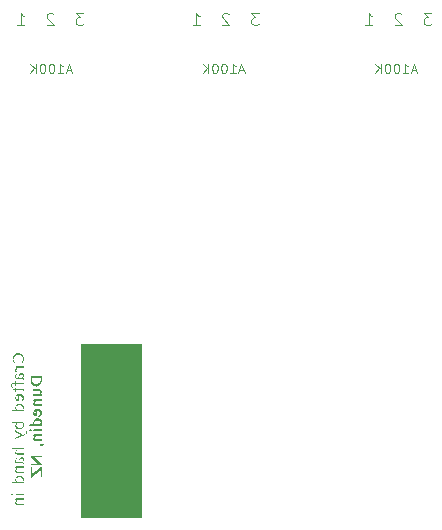
<source format=gbr>
%TF.GenerationSoftware,KiCad,Pcbnew,8.0.7*%
%TF.CreationDate,2025-03-23T16:44:47+13:00*%
%TF.ProjectId,ProCo Rat,50726f43-6f20-4526-9174-2e6b69636164,rev?*%
%TF.SameCoordinates,Original*%
%TF.FileFunction,Legend,Bot*%
%TF.FilePolarity,Positive*%
%FSLAX46Y46*%
G04 Gerber Fmt 4.6, Leading zero omitted, Abs format (unit mm)*
G04 Created by KiCad (PCBNEW 8.0.7) date 2025-03-23 16:44:47*
%MOMM*%
%LPD*%
G01*
G04 APERTURE LIST*
%ADD10C,0.100000*%
%ADD11C,0.200000*%
G04 APERTURE END LIST*
D10*
X127635000Y-71120000D02*
X132715000Y-71120000D01*
X132715000Y-85725000D01*
X127635000Y-85725000D01*
X127635000Y-71120000D01*
G36*
X127635000Y-71120000D02*
G01*
X132715000Y-71120000D01*
X132715000Y-85725000D01*
X127635000Y-85725000D01*
X127635000Y-71120000D01*
G37*
X126781830Y-47928323D02*
X126400877Y-47928323D01*
X126858020Y-48156895D02*
X126591353Y-47356895D01*
X126591353Y-47356895D02*
X126324687Y-48156895D01*
X125638973Y-48156895D02*
X126096116Y-48156895D01*
X125867544Y-48156895D02*
X125867544Y-47356895D01*
X125867544Y-47356895D02*
X125943735Y-47471180D01*
X125943735Y-47471180D02*
X126019925Y-47547371D01*
X126019925Y-47547371D02*
X126096116Y-47585466D01*
X125143734Y-47356895D02*
X125067544Y-47356895D01*
X125067544Y-47356895D02*
X124991353Y-47394990D01*
X124991353Y-47394990D02*
X124953258Y-47433085D01*
X124953258Y-47433085D02*
X124915163Y-47509276D01*
X124915163Y-47509276D02*
X124877068Y-47661657D01*
X124877068Y-47661657D02*
X124877068Y-47852133D01*
X124877068Y-47852133D02*
X124915163Y-48004514D01*
X124915163Y-48004514D02*
X124953258Y-48080704D01*
X124953258Y-48080704D02*
X124991353Y-48118800D01*
X124991353Y-48118800D02*
X125067544Y-48156895D01*
X125067544Y-48156895D02*
X125143734Y-48156895D01*
X125143734Y-48156895D02*
X125219925Y-48118800D01*
X125219925Y-48118800D02*
X125258020Y-48080704D01*
X125258020Y-48080704D02*
X125296115Y-48004514D01*
X125296115Y-48004514D02*
X125334211Y-47852133D01*
X125334211Y-47852133D02*
X125334211Y-47661657D01*
X125334211Y-47661657D02*
X125296115Y-47509276D01*
X125296115Y-47509276D02*
X125258020Y-47433085D01*
X125258020Y-47433085D02*
X125219925Y-47394990D01*
X125219925Y-47394990D02*
X125143734Y-47356895D01*
X124381829Y-47356895D02*
X124305639Y-47356895D01*
X124305639Y-47356895D02*
X124229448Y-47394990D01*
X124229448Y-47394990D02*
X124191353Y-47433085D01*
X124191353Y-47433085D02*
X124153258Y-47509276D01*
X124153258Y-47509276D02*
X124115163Y-47661657D01*
X124115163Y-47661657D02*
X124115163Y-47852133D01*
X124115163Y-47852133D02*
X124153258Y-48004514D01*
X124153258Y-48004514D02*
X124191353Y-48080704D01*
X124191353Y-48080704D02*
X124229448Y-48118800D01*
X124229448Y-48118800D02*
X124305639Y-48156895D01*
X124305639Y-48156895D02*
X124381829Y-48156895D01*
X124381829Y-48156895D02*
X124458020Y-48118800D01*
X124458020Y-48118800D02*
X124496115Y-48080704D01*
X124496115Y-48080704D02*
X124534210Y-48004514D01*
X124534210Y-48004514D02*
X124572306Y-47852133D01*
X124572306Y-47852133D02*
X124572306Y-47661657D01*
X124572306Y-47661657D02*
X124534210Y-47509276D01*
X124534210Y-47509276D02*
X124496115Y-47433085D01*
X124496115Y-47433085D02*
X124458020Y-47394990D01*
X124458020Y-47394990D02*
X124381829Y-47356895D01*
X123772305Y-48156895D02*
X123772305Y-47356895D01*
X123315162Y-48156895D02*
X123658020Y-47699752D01*
X123315162Y-47356895D02*
X123772305Y-47814038D01*
X142666353Y-43068419D02*
X142047306Y-43068419D01*
X142047306Y-43068419D02*
X142380639Y-43449371D01*
X142380639Y-43449371D02*
X142237782Y-43449371D01*
X142237782Y-43449371D02*
X142142544Y-43496990D01*
X142142544Y-43496990D02*
X142094925Y-43544609D01*
X142094925Y-43544609D02*
X142047306Y-43639847D01*
X142047306Y-43639847D02*
X142047306Y-43877942D01*
X142047306Y-43877942D02*
X142094925Y-43973180D01*
X142094925Y-43973180D02*
X142142544Y-44020800D01*
X142142544Y-44020800D02*
X142237782Y-44068419D01*
X142237782Y-44068419D02*
X142523496Y-44068419D01*
X142523496Y-44068419D02*
X142618734Y-44020800D01*
X142618734Y-44020800D02*
X142666353Y-43973180D01*
X140142543Y-43163657D02*
X140094924Y-43116038D01*
X140094924Y-43116038D02*
X139999686Y-43068419D01*
X139999686Y-43068419D02*
X139761591Y-43068419D01*
X139761591Y-43068419D02*
X139666353Y-43116038D01*
X139666353Y-43116038D02*
X139618734Y-43163657D01*
X139618734Y-43163657D02*
X139571115Y-43258895D01*
X139571115Y-43258895D02*
X139571115Y-43354133D01*
X139571115Y-43354133D02*
X139618734Y-43496990D01*
X139618734Y-43496990D02*
X140190162Y-44068419D01*
X140190162Y-44068419D02*
X139571115Y-44068419D01*
X137094924Y-44068419D02*
X137666352Y-44068419D01*
X137380638Y-44068419D02*
X137380638Y-43068419D01*
X137380638Y-43068419D02*
X137475876Y-43211276D01*
X137475876Y-43211276D02*
X137571114Y-43306514D01*
X137571114Y-43306514D02*
X137666352Y-43354133D01*
X155991830Y-47928323D02*
X155610877Y-47928323D01*
X156068020Y-48156895D02*
X155801353Y-47356895D01*
X155801353Y-47356895D02*
X155534687Y-48156895D01*
X154848973Y-48156895D02*
X155306116Y-48156895D01*
X155077544Y-48156895D02*
X155077544Y-47356895D01*
X155077544Y-47356895D02*
X155153735Y-47471180D01*
X155153735Y-47471180D02*
X155229925Y-47547371D01*
X155229925Y-47547371D02*
X155306116Y-47585466D01*
X154353734Y-47356895D02*
X154277544Y-47356895D01*
X154277544Y-47356895D02*
X154201353Y-47394990D01*
X154201353Y-47394990D02*
X154163258Y-47433085D01*
X154163258Y-47433085D02*
X154125163Y-47509276D01*
X154125163Y-47509276D02*
X154087068Y-47661657D01*
X154087068Y-47661657D02*
X154087068Y-47852133D01*
X154087068Y-47852133D02*
X154125163Y-48004514D01*
X154125163Y-48004514D02*
X154163258Y-48080704D01*
X154163258Y-48080704D02*
X154201353Y-48118800D01*
X154201353Y-48118800D02*
X154277544Y-48156895D01*
X154277544Y-48156895D02*
X154353734Y-48156895D01*
X154353734Y-48156895D02*
X154429925Y-48118800D01*
X154429925Y-48118800D02*
X154468020Y-48080704D01*
X154468020Y-48080704D02*
X154506115Y-48004514D01*
X154506115Y-48004514D02*
X154544211Y-47852133D01*
X154544211Y-47852133D02*
X154544211Y-47661657D01*
X154544211Y-47661657D02*
X154506115Y-47509276D01*
X154506115Y-47509276D02*
X154468020Y-47433085D01*
X154468020Y-47433085D02*
X154429925Y-47394990D01*
X154429925Y-47394990D02*
X154353734Y-47356895D01*
X153591829Y-47356895D02*
X153515639Y-47356895D01*
X153515639Y-47356895D02*
X153439448Y-47394990D01*
X153439448Y-47394990D02*
X153401353Y-47433085D01*
X153401353Y-47433085D02*
X153363258Y-47509276D01*
X153363258Y-47509276D02*
X153325163Y-47661657D01*
X153325163Y-47661657D02*
X153325163Y-47852133D01*
X153325163Y-47852133D02*
X153363258Y-48004514D01*
X153363258Y-48004514D02*
X153401353Y-48080704D01*
X153401353Y-48080704D02*
X153439448Y-48118800D01*
X153439448Y-48118800D02*
X153515639Y-48156895D01*
X153515639Y-48156895D02*
X153591829Y-48156895D01*
X153591829Y-48156895D02*
X153668020Y-48118800D01*
X153668020Y-48118800D02*
X153706115Y-48080704D01*
X153706115Y-48080704D02*
X153744210Y-48004514D01*
X153744210Y-48004514D02*
X153782306Y-47852133D01*
X153782306Y-47852133D02*
X153782306Y-47661657D01*
X153782306Y-47661657D02*
X153744210Y-47509276D01*
X153744210Y-47509276D02*
X153706115Y-47433085D01*
X153706115Y-47433085D02*
X153668020Y-47394990D01*
X153668020Y-47394990D02*
X153591829Y-47356895D01*
X152982305Y-48156895D02*
X152982305Y-47356895D01*
X152525162Y-48156895D02*
X152868020Y-47699752D01*
X152525162Y-47356895D02*
X152982305Y-47814038D01*
X157271353Y-43068419D02*
X156652306Y-43068419D01*
X156652306Y-43068419D02*
X156985639Y-43449371D01*
X156985639Y-43449371D02*
X156842782Y-43449371D01*
X156842782Y-43449371D02*
X156747544Y-43496990D01*
X156747544Y-43496990D02*
X156699925Y-43544609D01*
X156699925Y-43544609D02*
X156652306Y-43639847D01*
X156652306Y-43639847D02*
X156652306Y-43877942D01*
X156652306Y-43877942D02*
X156699925Y-43973180D01*
X156699925Y-43973180D02*
X156747544Y-44020800D01*
X156747544Y-44020800D02*
X156842782Y-44068419D01*
X156842782Y-44068419D02*
X157128496Y-44068419D01*
X157128496Y-44068419D02*
X157223734Y-44020800D01*
X157223734Y-44020800D02*
X157271353Y-43973180D01*
X154747543Y-43163657D02*
X154699924Y-43116038D01*
X154699924Y-43116038D02*
X154604686Y-43068419D01*
X154604686Y-43068419D02*
X154366591Y-43068419D01*
X154366591Y-43068419D02*
X154271353Y-43116038D01*
X154271353Y-43116038D02*
X154223734Y-43163657D01*
X154223734Y-43163657D02*
X154176115Y-43258895D01*
X154176115Y-43258895D02*
X154176115Y-43354133D01*
X154176115Y-43354133D02*
X154223734Y-43496990D01*
X154223734Y-43496990D02*
X154795162Y-44068419D01*
X154795162Y-44068419D02*
X154176115Y-44068419D01*
X151699924Y-44068419D02*
X152271352Y-44068419D01*
X151985638Y-44068419D02*
X151985638Y-43068419D01*
X151985638Y-43068419D02*
X152080876Y-43211276D01*
X152080876Y-43211276D02*
X152176114Y-43306514D01*
X152176114Y-43306514D02*
X152271352Y-43354133D01*
D11*
G36*
X124290000Y-74151172D02*
G01*
X124289673Y-74175371D01*
X124286374Y-74229850D01*
X124279522Y-74281546D01*
X124269117Y-74330461D01*
X124252875Y-74382958D01*
X124235323Y-74425773D01*
X124212059Y-74470954D01*
X124185376Y-74512135D01*
X124151270Y-74553684D01*
X124130524Y-74574544D01*
X124090569Y-74607974D01*
X124047251Y-74636110D01*
X124000572Y-74658953D01*
X123973331Y-74669366D01*
X123922794Y-74683663D01*
X123870325Y-74692241D01*
X123815924Y-74695101D01*
X123769316Y-74693044D01*
X123718884Y-74685655D01*
X123671474Y-74672894D01*
X123621751Y-74652114D01*
X123595769Y-74637928D01*
X123552308Y-74608216D01*
X123513097Y-74573133D01*
X123478136Y-74532679D01*
X123450689Y-74492547D01*
X123426723Y-74448599D01*
X123406237Y-74400834D01*
X123389232Y-74349253D01*
X123382019Y-74322241D01*
X123371711Y-74273391D01*
X123364348Y-74222531D01*
X123359930Y-74169660D01*
X123358791Y-74127236D01*
X123452735Y-74127236D01*
X123454475Y-74163521D01*
X123463611Y-74215259D01*
X123480579Y-74263768D01*
X123495706Y-74293947D01*
X123523378Y-74335152D01*
X123557027Y-74371479D01*
X123582581Y-74392942D01*
X123625148Y-74420442D01*
X123672798Y-74442309D01*
X123715745Y-74455833D01*
X123765577Y-74464924D01*
X123818122Y-74467955D01*
X123823766Y-74467928D01*
X123877995Y-74464722D01*
X123928218Y-74456174D01*
X123978834Y-74440600D01*
X124012509Y-74425838D01*
X124057870Y-74399174D01*
X124097048Y-74367083D01*
X124119640Y-74343009D01*
X124148033Y-74303179D01*
X124169832Y-74258883D01*
X124180625Y-74227482D01*
X124191032Y-74178493D01*
X124194501Y-74127236D01*
X124194501Y-73991681D01*
X123452735Y-73991681D01*
X123452735Y-74127236D01*
X123358791Y-74127236D01*
X123358457Y-74114780D01*
X123358457Y-73790425D01*
X124290000Y-73790425D01*
X124290000Y-74151172D01*
G37*
G36*
X123586580Y-75102498D02*
G01*
X124082637Y-75102498D01*
X124121472Y-75111779D01*
X124152979Y-75136692D01*
X124173984Y-75173817D01*
X124181556Y-75219246D01*
X124174961Y-75250753D01*
X124156887Y-75285436D01*
X124129288Y-75319141D01*
X124094849Y-75346985D01*
X123586580Y-75346985D01*
X123586580Y-75532365D01*
X124290000Y-75532365D01*
X124290000Y-75346985D01*
X124202072Y-75346985D01*
X124235076Y-75307259D01*
X124263246Y-75267148D01*
X124279009Y-75239274D01*
X124296960Y-75193417D01*
X124302944Y-75151102D01*
X124298050Y-75100543D01*
X124285603Y-75059023D01*
X124261955Y-75014612D01*
X124238220Y-74984773D01*
X124199015Y-74952007D01*
X124168122Y-74934947D01*
X124121239Y-74920333D01*
X124082637Y-74916873D01*
X123586580Y-74916873D01*
X123586580Y-75102498D01*
G37*
G36*
X123809818Y-76199392D02*
G01*
X123762191Y-76192554D01*
X123727020Y-76173503D01*
X123705771Y-76146392D01*
X123698443Y-76114884D01*
X123708602Y-76065674D01*
X123719937Y-76039413D01*
X123745460Y-75995755D01*
X123777152Y-75955380D01*
X123779532Y-75952707D01*
X124290000Y-75952707D01*
X124290000Y-75765861D01*
X123646420Y-75765861D01*
X123572170Y-75908743D01*
X123572170Y-75952707D01*
X123659364Y-75952707D01*
X123630165Y-75996948D01*
X123606014Y-76042709D01*
X123593175Y-76075317D01*
X123580152Y-76124057D01*
X123574291Y-76174410D01*
X123574124Y-76184249D01*
X123580707Y-76233308D01*
X123590976Y-76261186D01*
X123616717Y-76303051D01*
X123636650Y-76324689D01*
X123676587Y-76354284D01*
X123704305Y-76367920D01*
X123752229Y-76381380D01*
X123787103Y-76384040D01*
X124290000Y-76384040D01*
X124290000Y-76199392D01*
X123809818Y-76199392D01*
G37*
G36*
X123996465Y-76567451D02*
G01*
X124046165Y-76576347D01*
X124093872Y-76592868D01*
X124124067Y-76607690D01*
X124165810Y-76634675D01*
X124203293Y-76667362D01*
X124225550Y-76692030D01*
X124254470Y-76732697D01*
X124278032Y-76777759D01*
X124290213Y-76809954D01*
X124301960Y-76860363D01*
X124305875Y-76913314D01*
X124305682Y-76923706D01*
X124298920Y-76975533D01*
X124283893Y-77023712D01*
X124278150Y-77037321D01*
X124254141Y-77082908D01*
X124224054Y-77125317D01*
X124211919Y-77139679D01*
X124174707Y-77176785D01*
X124135882Y-77207138D01*
X124123140Y-77215637D01*
X124076918Y-77240755D01*
X124028171Y-77258674D01*
X124014494Y-77174898D01*
X124032025Y-77168516D01*
X124073845Y-77142903D01*
X124090274Y-77128224D01*
X124121716Y-77090390D01*
X124134840Y-77068957D01*
X124154445Y-77023712D01*
X124161258Y-76998548D01*
X124166413Y-76949706D01*
X124162503Y-76915750D01*
X124142721Y-76870327D01*
X124116915Y-76838585D01*
X124078974Y-76807801D01*
X124076443Y-76806163D01*
X124032570Y-76782739D01*
X123985673Y-76765547D01*
X123972339Y-76761784D01*
X123924347Y-76751860D01*
X123874298Y-76746985D01*
X123874298Y-77234005D01*
X123854944Y-77233445D01*
X123806352Y-77226741D01*
X123756817Y-77211046D01*
X123743308Y-77205009D01*
X123699630Y-77179190D01*
X123661563Y-77146078D01*
X123649310Y-77132614D01*
X123619444Y-77090540D01*
X123597571Y-77045694D01*
X123588435Y-77019571D01*
X123577421Y-76967956D01*
X123574124Y-76916734D01*
X123576494Y-76876922D01*
X123662051Y-76876922D01*
X123662090Y-76880419D01*
X123672065Y-76929434D01*
X123672699Y-76930955D01*
X123700642Y-76972177D01*
X123704186Y-76975597D01*
X123745094Y-77002463D01*
X123753233Y-77005906D01*
X123801514Y-77016873D01*
X123801514Y-76748939D01*
X123791811Y-76750286D01*
X123744361Y-76764570D01*
X123741155Y-76766086D01*
X123700397Y-76793635D01*
X123672065Y-76832470D01*
X123662051Y-76876922D01*
X123576494Y-76876922D01*
X123576986Y-76868658D01*
X123586746Y-76818970D01*
X123603433Y-76772630D01*
X123619415Y-76741428D01*
X123648828Y-76698976D01*
X123684766Y-76661744D01*
X123719270Y-76635073D01*
X123761467Y-76610418D01*
X123808108Y-76590669D01*
X123812562Y-76589137D01*
X123863097Y-76575488D01*
X123911493Y-76568190D01*
X123962226Y-76565757D01*
X123996465Y-76567451D01*
G37*
G36*
X123981536Y-77385695D02*
G01*
X124032632Y-77393469D01*
X124082149Y-77407906D01*
X124109848Y-77419113D01*
X124153961Y-77442239D01*
X124196943Y-77472875D01*
X124214915Y-77488860D01*
X124248964Y-77526971D01*
X124276322Y-77569839D01*
X124286365Y-77590979D01*
X124300998Y-77638551D01*
X124305875Y-77688541D01*
X124302548Y-77728419D01*
X124290732Y-77776468D01*
X124287790Y-77785332D01*
X124269987Y-77831775D01*
X124248722Y-77878318D01*
X124290000Y-77878318D01*
X124290000Y-78062965D01*
X123228032Y-78062965D01*
X123228032Y-78019002D01*
X123302281Y-77878318D01*
X123591953Y-77878318D01*
X123588579Y-77862984D01*
X123579009Y-77814326D01*
X123577864Y-77807293D01*
X123574124Y-77757418D01*
X123575110Y-77742274D01*
X123659364Y-77742274D01*
X123670355Y-77791367D01*
X123671766Y-77794399D01*
X123701618Y-77834842D01*
X123708150Y-77840693D01*
X123750223Y-77866106D01*
X123762768Y-77870864D01*
X123811772Y-77878318D01*
X124149804Y-77878318D01*
X124149804Y-77875387D01*
X124170809Y-77853405D01*
X124186929Y-77825561D01*
X124197676Y-77795275D01*
X124201339Y-77765478D01*
X124198511Y-77740445D01*
X124177404Y-77695380D01*
X124153207Y-77668165D01*
X124113168Y-77637983D01*
X124066833Y-77615049D01*
X124020111Y-77599392D01*
X124010126Y-77596817D01*
X123958785Y-77587740D01*
X123908736Y-77584982D01*
X123860308Y-77587773D01*
X123809574Y-77597683D01*
X123774520Y-77609413D01*
X123730683Y-77631632D01*
X123713021Y-77644165D01*
X123678415Y-77681458D01*
X123670992Y-77694135D01*
X123659364Y-77742274D01*
X123575110Y-77742274D01*
X123577224Y-77709804D01*
X123587798Y-77659579D01*
X123605875Y-77611605D01*
X123627595Y-77570861D01*
X123656170Y-77529955D01*
X123689651Y-77493147D01*
X123723749Y-77463623D01*
X123764563Y-77435940D01*
X123808841Y-77413279D01*
X123842547Y-77400563D01*
X123894021Y-77388302D01*
X123946594Y-77384214D01*
X123981536Y-77385695D01*
G37*
G36*
X123646420Y-78308185D02*
G01*
X123572170Y-78450334D01*
X123572170Y-78494298D01*
X124290000Y-78494298D01*
X124290000Y-78308185D01*
X123646420Y-78308185D01*
G37*
G36*
X123341360Y-78299148D02*
G01*
X123300816Y-78306964D01*
X123267843Y-78328702D01*
X123245861Y-78360942D01*
X123237557Y-78400265D01*
X123245861Y-78439588D01*
X123267843Y-78471584D01*
X123300816Y-78493077D01*
X123341360Y-78501137D01*
X123381660Y-78493077D01*
X123414145Y-78471584D01*
X123436127Y-78439588D01*
X123444431Y-78400265D01*
X123436127Y-78360942D01*
X123414145Y-78328702D01*
X123381660Y-78306964D01*
X123341360Y-78299148D01*
G37*
G36*
X123809818Y-79158639D02*
G01*
X123762191Y-79151800D01*
X123727020Y-79132749D01*
X123705771Y-79105638D01*
X123698443Y-79074131D01*
X123708602Y-79024921D01*
X123719937Y-78998660D01*
X123745460Y-78955001D01*
X123777152Y-78914626D01*
X123779532Y-78911953D01*
X124290000Y-78911953D01*
X124290000Y-78725108D01*
X123646420Y-78725108D01*
X123572170Y-78867990D01*
X123572170Y-78911953D01*
X123659364Y-78911953D01*
X123630165Y-78956194D01*
X123606014Y-79001956D01*
X123593175Y-79034563D01*
X123580152Y-79083303D01*
X123574291Y-79133657D01*
X123574124Y-79143496D01*
X123580707Y-79192554D01*
X123590976Y-79220432D01*
X123616717Y-79262297D01*
X123636650Y-79283935D01*
X123676587Y-79313531D01*
X123704305Y-79327166D01*
X123752229Y-79340626D01*
X123787103Y-79343286D01*
X124290000Y-79343286D01*
X124290000Y-79158639D01*
X123809818Y-79158639D01*
G37*
G36*
X124445826Y-79512547D02*
G01*
X124428537Y-79558859D01*
X124423356Y-79568722D01*
X124395146Y-79609408D01*
X124390628Y-79614396D01*
X124351060Y-79645415D01*
X124308562Y-79656894D01*
X124295129Y-79656406D01*
X124290000Y-79655429D01*
X124292930Y-79642972D01*
X124300258Y-79629539D01*
X124307341Y-79613419D01*
X124310516Y-79593635D01*
X124303189Y-79562616D01*
X124283893Y-79536727D01*
X124254584Y-79518897D01*
X124217948Y-79512547D01*
X124179357Y-79521095D01*
X124148583Y-79544054D01*
X124128311Y-79578004D01*
X124120983Y-79620258D01*
X124131013Y-79668200D01*
X124133196Y-79672770D01*
X124162309Y-79712024D01*
X124166168Y-79715512D01*
X124208296Y-79741585D01*
X124215261Y-79744333D01*
X124263161Y-79754702D01*
X124274856Y-79755080D01*
X124324552Y-79749496D01*
X124364738Y-79735296D01*
X124407774Y-79708987D01*
X124436545Y-79682540D01*
X124467380Y-79641770D01*
X124486127Y-79605359D01*
X124501628Y-79557269D01*
X124507864Y-79512547D01*
X124445826Y-79512547D01*
G37*
G36*
X123358457Y-80545205D02*
G01*
X123358457Y-80667571D01*
X123950746Y-81222735D01*
X123358457Y-81222735D01*
X123358457Y-81338018D01*
X124303677Y-81338018D01*
X124303677Y-81263768D01*
X123649839Y-80662686D01*
X124290000Y-80662686D01*
X124290000Y-80545205D01*
X123358457Y-80545205D01*
G37*
G36*
X123358457Y-82417327D02*
G01*
X124194501Y-81771549D01*
X124194501Y-82380202D01*
X124290000Y-82380202D01*
X124290000Y-81496775D01*
X124243349Y-81496775D01*
X123445652Y-82114221D01*
X123445652Y-81541472D01*
X123358457Y-81541472D01*
X123358457Y-82417327D01*
G37*
D10*
X127807353Y-43068419D02*
X127188306Y-43068419D01*
X127188306Y-43068419D02*
X127521639Y-43449371D01*
X127521639Y-43449371D02*
X127378782Y-43449371D01*
X127378782Y-43449371D02*
X127283544Y-43496990D01*
X127283544Y-43496990D02*
X127235925Y-43544609D01*
X127235925Y-43544609D02*
X127188306Y-43639847D01*
X127188306Y-43639847D02*
X127188306Y-43877942D01*
X127188306Y-43877942D02*
X127235925Y-43973180D01*
X127235925Y-43973180D02*
X127283544Y-44020800D01*
X127283544Y-44020800D02*
X127378782Y-44068419D01*
X127378782Y-44068419D02*
X127664496Y-44068419D01*
X127664496Y-44068419D02*
X127759734Y-44020800D01*
X127759734Y-44020800D02*
X127807353Y-43973180D01*
X125283543Y-43163657D02*
X125235924Y-43116038D01*
X125235924Y-43116038D02*
X125140686Y-43068419D01*
X125140686Y-43068419D02*
X124902591Y-43068419D01*
X124902591Y-43068419D02*
X124807353Y-43116038D01*
X124807353Y-43116038D02*
X124759734Y-43163657D01*
X124759734Y-43163657D02*
X124712115Y-43258895D01*
X124712115Y-43258895D02*
X124712115Y-43354133D01*
X124712115Y-43354133D02*
X124759734Y-43496990D01*
X124759734Y-43496990D02*
X125331162Y-44068419D01*
X125331162Y-44068419D02*
X124712115Y-44068419D01*
X122235924Y-44068419D02*
X122807352Y-44068419D01*
X122521638Y-44068419D02*
X122521638Y-43068419D01*
X122521638Y-43068419D02*
X122616876Y-43211276D01*
X122616876Y-43211276D02*
X122712114Y-43306514D01*
X122712114Y-43306514D02*
X122807352Y-43354133D01*
X141386830Y-47928323D02*
X141005877Y-47928323D01*
X141463020Y-48156895D02*
X141196353Y-47356895D01*
X141196353Y-47356895D02*
X140929687Y-48156895D01*
X140243973Y-48156895D02*
X140701116Y-48156895D01*
X140472544Y-48156895D02*
X140472544Y-47356895D01*
X140472544Y-47356895D02*
X140548735Y-47471180D01*
X140548735Y-47471180D02*
X140624925Y-47547371D01*
X140624925Y-47547371D02*
X140701116Y-47585466D01*
X139748734Y-47356895D02*
X139672544Y-47356895D01*
X139672544Y-47356895D02*
X139596353Y-47394990D01*
X139596353Y-47394990D02*
X139558258Y-47433085D01*
X139558258Y-47433085D02*
X139520163Y-47509276D01*
X139520163Y-47509276D02*
X139482068Y-47661657D01*
X139482068Y-47661657D02*
X139482068Y-47852133D01*
X139482068Y-47852133D02*
X139520163Y-48004514D01*
X139520163Y-48004514D02*
X139558258Y-48080704D01*
X139558258Y-48080704D02*
X139596353Y-48118800D01*
X139596353Y-48118800D02*
X139672544Y-48156895D01*
X139672544Y-48156895D02*
X139748734Y-48156895D01*
X139748734Y-48156895D02*
X139824925Y-48118800D01*
X139824925Y-48118800D02*
X139863020Y-48080704D01*
X139863020Y-48080704D02*
X139901115Y-48004514D01*
X139901115Y-48004514D02*
X139939211Y-47852133D01*
X139939211Y-47852133D02*
X139939211Y-47661657D01*
X139939211Y-47661657D02*
X139901115Y-47509276D01*
X139901115Y-47509276D02*
X139863020Y-47433085D01*
X139863020Y-47433085D02*
X139824925Y-47394990D01*
X139824925Y-47394990D02*
X139748734Y-47356895D01*
X138986829Y-47356895D02*
X138910639Y-47356895D01*
X138910639Y-47356895D02*
X138834448Y-47394990D01*
X138834448Y-47394990D02*
X138796353Y-47433085D01*
X138796353Y-47433085D02*
X138758258Y-47509276D01*
X138758258Y-47509276D02*
X138720163Y-47661657D01*
X138720163Y-47661657D02*
X138720163Y-47852133D01*
X138720163Y-47852133D02*
X138758258Y-48004514D01*
X138758258Y-48004514D02*
X138796353Y-48080704D01*
X138796353Y-48080704D02*
X138834448Y-48118800D01*
X138834448Y-48118800D02*
X138910639Y-48156895D01*
X138910639Y-48156895D02*
X138986829Y-48156895D01*
X138986829Y-48156895D02*
X139063020Y-48118800D01*
X139063020Y-48118800D02*
X139101115Y-48080704D01*
X139101115Y-48080704D02*
X139139210Y-48004514D01*
X139139210Y-48004514D02*
X139177306Y-47852133D01*
X139177306Y-47852133D02*
X139177306Y-47661657D01*
X139177306Y-47661657D02*
X139139210Y-47509276D01*
X139139210Y-47509276D02*
X139101115Y-47433085D01*
X139101115Y-47433085D02*
X139063020Y-47394990D01*
X139063020Y-47394990D02*
X138986829Y-47356895D01*
X138377305Y-48156895D02*
X138377305Y-47356895D01*
X137920162Y-48156895D02*
X138263020Y-47699752D01*
X137920162Y-47356895D02*
X138377305Y-47814038D01*
G36*
X122313906Y-72009256D02*
G01*
X122366079Y-72011613D01*
X122415160Y-72018684D01*
X122466069Y-72032070D01*
X122485364Y-72039054D01*
X122530549Y-72059896D01*
X122574963Y-72087946D01*
X122613836Y-72121364D01*
X122647023Y-72159798D01*
X122674381Y-72202562D01*
X122694192Y-72245195D01*
X122710045Y-72295473D01*
X122718746Y-72343635D01*
X122722009Y-72394134D01*
X122722036Y-72399312D01*
X122715853Y-72447947D01*
X122702496Y-72485774D01*
X122678634Y-72530519D01*
X122652427Y-72567595D01*
X122619942Y-72604354D01*
X122584039Y-72637449D01*
X122544228Y-72667081D01*
X122509789Y-72687274D01*
X122551066Y-72746870D01*
X122593942Y-72717865D01*
X122632410Y-72687210D01*
X122640459Y-72680191D01*
X122675775Y-72644989D01*
X122707351Y-72605205D01*
X122715685Y-72592997D01*
X122741632Y-72547489D01*
X122761287Y-72501046D01*
X122767709Y-72482110D01*
X122779616Y-72434094D01*
X122786027Y-72382368D01*
X122787249Y-72345823D01*
X122784898Y-72292105D01*
X122777845Y-72240860D01*
X122766091Y-72192087D01*
X122749635Y-72145788D01*
X122726234Y-72097258D01*
X122698622Y-72052786D01*
X122666798Y-72012371D01*
X122647297Y-71991671D01*
X122609190Y-71957837D01*
X122567682Y-71928602D01*
X122522774Y-71903965D01*
X122496355Y-71892264D01*
X122447066Y-71875380D01*
X122396192Y-71864022D01*
X122343734Y-71858190D01*
X122313906Y-71857337D01*
X122262595Y-71859998D01*
X122212251Y-71867979D01*
X122189342Y-71873457D01*
X122141178Y-71888933D01*
X122095514Y-71909165D01*
X122075281Y-71920108D01*
X122033511Y-71947208D01*
X121994724Y-71978501D01*
X121977828Y-71994357D01*
X121943807Y-72031734D01*
X121913977Y-72072819D01*
X121901624Y-72093032D01*
X121878006Y-72139416D01*
X121860426Y-72185308D01*
X121852043Y-72213443D01*
X121841327Y-72263921D01*
X121835556Y-72316804D01*
X121834457Y-72353394D01*
X121837239Y-72404010D01*
X121846532Y-72455665D01*
X121854241Y-72482110D01*
X121872293Y-72528680D01*
X121896603Y-72575136D01*
X121906509Y-72590799D01*
X121936943Y-72632125D01*
X121971397Y-72669338D01*
X121981980Y-72679214D01*
X122020034Y-72711278D01*
X122062259Y-72741378D01*
X122070884Y-72746870D01*
X122112650Y-72689961D01*
X122070579Y-72663421D01*
X122031835Y-72632803D01*
X122026921Y-72628412D01*
X121990406Y-72591959D01*
X121959510Y-72553429D01*
X121933113Y-72511097D01*
X121915546Y-72472829D01*
X121902290Y-72425277D01*
X121899670Y-72394427D01*
X121903105Y-72341229D01*
X121913408Y-72290109D01*
X121928735Y-72245439D01*
X121951464Y-72199325D01*
X121980023Y-72157367D01*
X122011045Y-72122829D01*
X122050560Y-72089325D01*
X122095560Y-72061015D01*
X122141226Y-72039787D01*
X122191043Y-72023687D01*
X122239101Y-72014295D01*
X122290211Y-72009733D01*
X122313906Y-72009256D01*
G37*
G36*
X122049635Y-73068538D02*
G01*
X122049635Y-73071224D01*
X122193006Y-73089787D01*
X122155721Y-73123599D01*
X122135364Y-73144986D01*
X122104114Y-73183980D01*
X122090180Y-73204825D01*
X122066985Y-73249469D01*
X122060382Y-73267351D01*
X122050149Y-73316599D01*
X122049635Y-73330122D01*
X122056054Y-73379343D01*
X122057451Y-73384344D01*
X122077300Y-73429303D01*
X122081143Y-73435390D01*
X122182748Y-73396800D01*
X122165895Y-73365293D01*
X122157346Y-73338426D01*
X122154415Y-73311071D01*
X122153927Y-73278098D01*
X122161828Y-73229850D01*
X122165895Y-73218991D01*
X122190502Y-73174737D01*
X122197646Y-73165258D01*
X122232784Y-73128719D01*
X122241854Y-73121294D01*
X122284004Y-73093840D01*
X122291924Y-73089787D01*
X122766000Y-73089787D01*
X122766000Y-72977923D01*
X122084562Y-72977923D01*
X122049635Y-73068538D01*
G37*
G36*
X122626517Y-73535969D02*
G01*
X122675385Y-73546765D01*
X122689070Y-73552350D01*
X122731073Y-73579738D01*
X122740757Y-73589478D01*
X122767709Y-73631517D01*
X122774793Y-73651491D01*
X122781143Y-73700638D01*
X122779425Y-73734057D01*
X122768930Y-73784413D01*
X122760950Y-73807383D01*
X122739866Y-73853046D01*
X122731180Y-73868189D01*
X122703473Y-73909221D01*
X122698726Y-73915438D01*
X122669768Y-73954895D01*
X122682356Y-73955487D01*
X122729363Y-73971748D01*
X122733918Y-73974970D01*
X122766000Y-74012536D01*
X122766000Y-74134902D01*
X122760458Y-74124429D01*
X122726921Y-74086786D01*
X122717172Y-74080229D01*
X122669768Y-74067491D01*
X122235748Y-74067491D01*
X122207732Y-74066134D01*
X122159056Y-74056011D01*
X122140397Y-74048494D01*
X122100438Y-74018398D01*
X122082605Y-73994063D01*
X122063069Y-73948056D01*
X122059920Y-73936733D01*
X122051852Y-73888358D01*
X122049635Y-73838879D01*
X122052871Y-73788810D01*
X122062580Y-73740694D01*
X122076104Y-73701484D01*
X122099949Y-73656430D01*
X122121689Y-73628123D01*
X122160277Y-73594148D01*
X122193302Y-73576256D01*
X122241122Y-73564106D01*
X122241122Y-73664246D01*
X122231964Y-73665758D01*
X122185190Y-73681343D01*
X122178702Y-73684755D01*
X122139272Y-73715048D01*
X122134456Y-73720342D01*
X122108009Y-73763164D01*
X122104025Y-73773677D01*
X122096286Y-73823004D01*
X122096494Y-73833668D01*
X122104834Y-73882599D01*
X122133655Y-73923632D01*
X122140300Y-73928461D01*
X122186900Y-73947323D01*
X122218649Y-73952499D01*
X122267988Y-73954895D01*
X122304381Y-73954895D01*
X122356648Y-73954895D01*
X122609440Y-73954895D01*
X122612502Y-73950651D01*
X122641436Y-73911175D01*
X122668791Y-73868921D01*
X122688330Y-73824713D01*
X122688796Y-73823275D01*
X122695902Y-73774888D01*
X122686132Y-73727016D01*
X122658533Y-73686228D01*
X122617988Y-73657651D01*
X122568896Y-73647149D01*
X122544367Y-73650468D01*
X122500263Y-73675237D01*
X122469244Y-73707538D01*
X122441157Y-73747777D01*
X122436166Y-73756160D01*
X122412632Y-73800911D01*
X122392796Y-73846939D01*
X122388785Y-73857226D01*
X122371768Y-73904777D01*
X122356648Y-73954895D01*
X122304381Y-73954895D01*
X122316593Y-73906229D01*
X122329782Y-73856465D01*
X122344620Y-73807250D01*
X122361778Y-73759745D01*
X122379849Y-73717244D01*
X122403055Y-73672062D01*
X122424453Y-73638335D01*
X122455811Y-73600743D01*
X122479190Y-73579665D01*
X122522734Y-73552627D01*
X122556948Y-73540606D01*
X122606020Y-73535041D01*
X122626517Y-73535969D01*
G37*
G36*
X121756300Y-74594811D02*
G01*
X121768267Y-74547672D01*
X121799775Y-74511280D01*
X121843134Y-74488114D01*
X121844715Y-74487588D01*
X121893631Y-74479317D01*
X121896983Y-74479284D01*
X122062580Y-74479284D01*
X122062580Y-74666863D01*
X122122420Y-74666863D01*
X122122420Y-74479284D01*
X122766000Y-74479284D01*
X122766000Y-74366688D01*
X122122420Y-74366688D01*
X122122420Y-74220387D01*
X122062580Y-74220387D01*
X122062580Y-74366688D01*
X121981491Y-74366688D01*
X121932411Y-74370428D01*
X121882834Y-74382736D01*
X121873292Y-74386228D01*
X121828792Y-74407551D01*
X121787713Y-74436921D01*
X121785364Y-74438984D01*
X121751842Y-74475376D01*
X121726013Y-74517630D01*
X121709527Y-74564586D01*
X121704032Y-74614595D01*
X121709527Y-74665016D01*
X121713801Y-74681273D01*
X121733035Y-74727160D01*
X121741645Y-74741357D01*
X121773152Y-74779962D01*
X121785609Y-74791427D01*
X121825881Y-74819564D01*
X121843494Y-74828307D01*
X121902601Y-74747951D01*
X121855959Y-74732423D01*
X121851066Y-74730610D01*
X121807910Y-74707327D01*
X121803927Y-74704232D01*
X121772275Y-74665863D01*
X121769733Y-74661001D01*
X121756942Y-74611586D01*
X121756300Y-74594811D01*
G37*
G36*
X121823466Y-74961175D02*
G01*
X121823466Y-74982424D01*
X122062580Y-74982424D01*
X122062580Y-75138984D01*
X122122420Y-75138984D01*
X122122420Y-74982424D01*
X122617500Y-74982424D01*
X122647297Y-74989263D01*
X122671233Y-75008070D01*
X122687353Y-75036402D01*
X122693215Y-75071573D01*
X122683690Y-75120422D01*
X122660242Y-75152173D01*
X122673920Y-75172690D01*
X122715841Y-75142397D01*
X122748638Y-75105556D01*
X122752322Y-75100150D01*
X122773009Y-75055206D01*
X122780889Y-75005704D01*
X122781143Y-74994148D01*
X122771793Y-74944941D01*
X122768930Y-74938949D01*
X122736803Y-74901557D01*
X122735469Y-74900603D01*
X122689450Y-74879375D01*
X122683934Y-74877889D01*
X122635391Y-74870790D01*
X122617500Y-74870317D01*
X122122420Y-74870317D01*
X122122420Y-74748196D01*
X122093599Y-74748196D01*
X122062580Y-74860059D01*
X122062580Y-74870317D01*
X121859126Y-74870317D01*
X121823466Y-74961175D01*
G37*
G36*
X122475717Y-75331371D02*
G01*
X122525726Y-75339946D01*
X122573536Y-75355872D01*
X122596234Y-75366333D01*
X122641523Y-75393536D01*
X122681491Y-75426946D01*
X122698041Y-75444415D01*
X122729302Y-75485856D01*
X122754276Y-75532215D01*
X122766030Y-75562791D01*
X122777364Y-75610659D01*
X122781143Y-75660931D01*
X122781123Y-75664151D01*
X122775352Y-75715343D01*
X122760626Y-75762780D01*
X122757972Y-75769072D01*
X122734294Y-75814431D01*
X122703962Y-75856570D01*
X122694745Y-75867267D01*
X122659663Y-75902002D01*
X122620187Y-75932529D01*
X122608108Y-75940448D01*
X122564090Y-75964016D01*
X122517360Y-75981133D01*
X122509056Y-75963792D01*
X122528605Y-75956384D01*
X122570605Y-75929842D01*
X122592026Y-75909979D01*
X122623606Y-75870003D01*
X122642012Y-75837452D01*
X122660731Y-75790380D01*
X122670724Y-75748076D01*
X122674653Y-75698056D01*
X122674556Y-75690889D01*
X122667691Y-75639569D01*
X122649984Y-75592543D01*
X122646796Y-75586640D01*
X122618138Y-75545592D01*
X122581108Y-75510233D01*
X122566969Y-75499771D01*
X122523132Y-75474472D01*
X122476816Y-75456256D01*
X122445904Y-75447814D01*
X122397189Y-75439674D01*
X122345658Y-75436960D01*
X122345658Y-75961106D01*
X122331140Y-75960762D01*
X122281532Y-75954150D01*
X122233794Y-75939124D01*
X122220563Y-75933350D01*
X122177440Y-75908753D01*
X122139272Y-75877330D01*
X122129277Y-75867141D01*
X122098443Y-75827751D01*
X122074060Y-75782564D01*
X122065759Y-75761570D01*
X122053666Y-75713431D01*
X122049635Y-75661664D01*
X122051482Y-75625043D01*
X122052723Y-75618433D01*
X122101659Y-75618433D01*
X122103362Y-75645730D01*
X122116069Y-75694637D01*
X122126125Y-75716017D01*
X122155637Y-75756674D01*
X122172266Y-75772168D01*
X122215232Y-75798196D01*
X122239404Y-75806817D01*
X122289237Y-75813339D01*
X122289237Y-75799661D01*
X122288505Y-75437693D01*
X122261798Y-75441099D01*
X122214499Y-75456256D01*
X122193905Y-75467037D01*
X122155148Y-75496800D01*
X122141867Y-75511198D01*
X122115825Y-75552732D01*
X122109627Y-75568562D01*
X122101659Y-75618433D01*
X122052723Y-75618433D01*
X122061180Y-75573374D01*
X122079189Y-75525621D01*
X122095278Y-75496174D01*
X122124793Y-75456069D01*
X122160766Y-75420840D01*
X122191712Y-75397931D01*
X122237782Y-75372194D01*
X122284841Y-75353429D01*
X122289341Y-75351972D01*
X122340483Y-75338992D01*
X122389579Y-75332051D01*
X122441157Y-75329738D01*
X122475717Y-75331371D01*
G37*
G36*
X122459505Y-76154714D02*
G01*
X122511323Y-76162007D01*
X122561080Y-76175551D01*
X122584793Y-76184527D01*
X122632343Y-76207745D01*
X122674653Y-76236123D01*
X122686552Y-76245858D01*
X122723270Y-76283238D01*
X122752322Y-76325760D01*
X122759077Y-76338762D01*
X122775626Y-76386133D01*
X122781143Y-76436402D01*
X122781089Y-76443325D01*
X122777723Y-76493066D01*
X122775947Y-76505983D01*
X122765023Y-76553639D01*
X122759261Y-76571301D01*
X122739621Y-76617142D01*
X122726226Y-76641528D01*
X122698100Y-76683087D01*
X122766000Y-76683087D01*
X122766000Y-76794462D01*
X121704032Y-76794462D01*
X121704032Y-76772480D01*
X121740424Y-76683087D01*
X122114848Y-76683087D01*
X122108551Y-76674811D01*
X122081143Y-76634239D01*
X122061115Y-76591985D01*
X122052078Y-76551441D01*
X122049635Y-76508698D01*
X122050489Y-76494776D01*
X122101659Y-76494776D01*
X122102722Y-76514090D01*
X122115092Y-76562920D01*
X122124561Y-76583294D01*
X122152950Y-76623248D01*
X122169145Y-76639014D01*
X122211324Y-76666479D01*
X122237817Y-76676600D01*
X122286551Y-76683087D01*
X122633376Y-76683087D01*
X122633376Y-76679668D01*
X122660975Y-76648649D01*
X122683934Y-76609082D01*
X122699810Y-76563408D01*
X122705427Y-76514804D01*
X122699953Y-76470350D01*
X122680515Y-76423213D01*
X122678924Y-76420567D01*
X122648615Y-76381023D01*
X122611882Y-76348719D01*
X122603556Y-76342884D01*
X122558061Y-76317249D01*
X122509789Y-76298649D01*
X122483818Y-76291607D01*
X122433291Y-76283117D01*
X122384004Y-76280575D01*
X122372374Y-76280723D01*
X122320603Y-76285332D01*
X122269698Y-76297428D01*
X122224321Y-76315857D01*
X122180549Y-76343101D01*
X122150910Y-76370283D01*
X122122420Y-76411001D01*
X122108228Y-76446270D01*
X122101659Y-76494776D01*
X122050489Y-76494776D01*
X122052128Y-76468040D01*
X122063204Y-76415994D01*
X122081143Y-76370457D01*
X122098224Y-76339239D01*
X122128827Y-76296249D01*
X122165406Y-76257861D01*
X122199681Y-76229720D01*
X122240745Y-76203229D01*
X122285330Y-76181413D01*
X122319172Y-76169124D01*
X122370910Y-76157275D01*
X122423815Y-76153325D01*
X122459505Y-76154714D01*
G37*
G36*
X122720754Y-77704648D02*
G01*
X122744063Y-77747685D01*
X122761603Y-77794637D01*
X122771048Y-77832152D01*
X122778834Y-77884336D01*
X122781143Y-77934344D01*
X122777923Y-77982310D01*
X122766942Y-78033034D01*
X122748170Y-78081622D01*
X122725248Y-78123057D01*
X122694690Y-78164559D01*
X122658533Y-78201789D01*
X122617267Y-78234455D01*
X122571384Y-78261925D01*
X122525665Y-78282390D01*
X122516067Y-78285968D01*
X122466817Y-78300399D01*
X122415469Y-78309057D01*
X122362022Y-78311943D01*
X122338117Y-78311239D01*
X122288207Y-78304882D01*
X122240877Y-78291915D01*
X122230377Y-78288068D01*
X122184670Y-78266483D01*
X122141715Y-78236716D01*
X122136443Y-78232266D01*
X122101402Y-78195487D01*
X122074304Y-78152697D01*
X122069895Y-78143454D01*
X122054357Y-78094728D01*
X122049635Y-78045474D01*
X122050200Y-78030117D01*
X122058672Y-77981482D01*
X122060653Y-77974888D01*
X122156614Y-77974888D01*
X122160400Y-78013443D01*
X122176397Y-78060129D01*
X122196252Y-78093334D01*
X122229886Y-78129982D01*
X122264290Y-78154951D01*
X122309510Y-78176632D01*
X122356832Y-78189638D01*
X122407451Y-78193974D01*
X122432819Y-78193390D01*
X122485249Y-78188119D01*
X122534213Y-78177365D01*
X122544929Y-78174175D01*
X122591305Y-78156049D01*
X122634353Y-78130715D01*
X122669887Y-78099585D01*
X122700298Y-78057686D01*
X122718067Y-78012990D01*
X122723990Y-77963897D01*
X122723835Y-77953766D01*
X122717639Y-77905034D01*
X122700542Y-77859361D01*
X122676851Y-77823457D01*
X122651205Y-77794881D01*
X122651205Y-77790729D01*
X122242587Y-77790729D01*
X122242587Y-77793415D01*
X122209370Y-77825655D01*
X122208397Y-77826911D01*
X122182259Y-77869863D01*
X122180104Y-77874467D01*
X122163697Y-77921399D01*
X122162839Y-77924813D01*
X122156614Y-77974888D01*
X122060653Y-77974888D01*
X122064955Y-77960569D01*
X122084318Y-77914560D01*
X122096631Y-77891867D01*
X122125106Y-77849347D01*
X122143848Y-77826106D01*
X122178595Y-77790729D01*
X121704032Y-77790729D01*
X121704032Y-77768014D01*
X121739691Y-77678133D01*
X122702008Y-77678133D01*
X122720754Y-77704648D01*
G37*
G36*
X122939900Y-78504406D02*
G01*
X122955532Y-78540310D01*
X122963804Y-78590213D01*
X122963836Y-78594288D01*
X122950403Y-78640694D01*
X122916942Y-78676353D01*
X122874443Y-78703464D01*
X122832678Y-78723492D01*
X122719349Y-78772829D01*
X122062580Y-78419898D01*
X122062580Y-78553743D01*
X122581840Y-78832669D01*
X122062580Y-79058593D01*
X122062580Y-79134797D01*
X122873955Y-78781866D01*
X122919747Y-78758586D01*
X122960494Y-78731334D01*
X122965546Y-78727400D01*
X123002671Y-78694977D01*
X123033445Y-78660722D01*
X123061774Y-78619074D01*
X123075699Y-78590380D01*
X123089195Y-78541967D01*
X123090354Y-78524190D01*
X123083759Y-78482180D01*
X123065441Y-78447986D01*
X122939900Y-78504406D01*
G37*
G36*
X122178595Y-80007477D02*
G01*
X122145897Y-80047014D01*
X122115316Y-80089960D01*
X122089041Y-80135774D01*
X122078944Y-80157930D01*
X122062258Y-80205545D01*
X122051954Y-80256172D01*
X122049635Y-80293241D01*
X122058978Y-80341601D01*
X122066244Y-80356744D01*
X122096202Y-80395541D01*
X122111429Y-80408524D01*
X122153568Y-80433378D01*
X122179084Y-80443206D01*
X122227008Y-80453811D01*
X122261882Y-80455907D01*
X122766000Y-80455907D01*
X122766000Y-80344043D01*
X122285818Y-80344043D01*
X122236463Y-80338379D01*
X122224513Y-80334762D01*
X122181184Y-80309674D01*
X122180061Y-80308628D01*
X122152950Y-80268328D01*
X122143678Y-80219246D01*
X122143669Y-80217526D01*
X122150774Y-80168126D01*
X122151240Y-80166479D01*
X122168978Y-80119569D01*
X122172245Y-80112745D01*
X122197225Y-80068851D01*
X122203997Y-80058768D01*
X122234176Y-80019933D01*
X122245274Y-80007477D01*
X122766000Y-80007477D01*
X122766000Y-79894881D01*
X121740424Y-79894881D01*
X121704032Y-79986228D01*
X121704032Y-80007477D01*
X122178595Y-80007477D01*
G37*
G36*
X122626517Y-80679584D02*
G01*
X122675385Y-80690380D01*
X122689070Y-80695965D01*
X122731073Y-80723353D01*
X122740757Y-80733093D01*
X122767709Y-80775132D01*
X122774793Y-80795106D01*
X122781143Y-80844253D01*
X122779425Y-80877672D01*
X122768930Y-80928028D01*
X122760950Y-80950997D01*
X122739866Y-80996660D01*
X122731180Y-81011803D01*
X122703473Y-81052836D01*
X122698726Y-81059053D01*
X122669768Y-81098510D01*
X122682356Y-81099102D01*
X122729363Y-81115362D01*
X122733918Y-81118585D01*
X122766000Y-81156151D01*
X122766000Y-81278517D01*
X122760458Y-81268044D01*
X122726921Y-81230401D01*
X122717172Y-81223843D01*
X122669768Y-81211106D01*
X122235748Y-81211106D01*
X122207732Y-81209749D01*
X122159056Y-81199626D01*
X122140397Y-81192109D01*
X122100438Y-81162013D01*
X122082605Y-81137678D01*
X122063069Y-81091671D01*
X122059920Y-81080348D01*
X122051852Y-81031973D01*
X122049635Y-80982494D01*
X122052871Y-80932424D01*
X122062580Y-80884309D01*
X122076104Y-80845099D01*
X122099949Y-80800045D01*
X122121689Y-80771738D01*
X122160277Y-80737763D01*
X122193302Y-80719871D01*
X122241122Y-80707721D01*
X122241122Y-80807861D01*
X122231964Y-80809373D01*
X122185190Y-80824958D01*
X122178702Y-80828369D01*
X122139272Y-80858663D01*
X122134456Y-80863956D01*
X122108009Y-80906779D01*
X122104025Y-80917292D01*
X122096286Y-80966618D01*
X122096494Y-80977283D01*
X122104834Y-81026214D01*
X122133655Y-81067247D01*
X122140300Y-81072075D01*
X122186900Y-81090938D01*
X122218649Y-81096114D01*
X122267988Y-81098510D01*
X122304381Y-81098510D01*
X122356648Y-81098510D01*
X122609440Y-81098510D01*
X122612502Y-81094266D01*
X122641436Y-81054790D01*
X122668791Y-81012536D01*
X122688330Y-80968328D01*
X122688796Y-80966889D01*
X122695902Y-80918503D01*
X122686132Y-80870631D01*
X122658533Y-80829842D01*
X122617988Y-80801266D01*
X122568896Y-80790764D01*
X122544367Y-80794083D01*
X122500263Y-80818852D01*
X122469244Y-80851153D01*
X122441157Y-80891392D01*
X122436166Y-80899775D01*
X122412632Y-80944526D01*
X122392796Y-80990554D01*
X122388785Y-81000841D01*
X122371768Y-81048392D01*
X122356648Y-81098510D01*
X122304381Y-81098510D01*
X122316593Y-81049844D01*
X122329782Y-81000080D01*
X122344620Y-80950865D01*
X122361778Y-80903360D01*
X122379849Y-80860859D01*
X122403055Y-80815676D01*
X122424453Y-80781950D01*
X122455811Y-80744357D01*
X122479190Y-80723280D01*
X122522734Y-80696242D01*
X122556948Y-80684220D01*
X122606020Y-80678656D01*
X122626517Y-80679584D01*
G37*
G36*
X122049635Y-81552313D02*
G01*
X122049635Y-81573562D01*
X122186167Y-81573562D01*
X122152935Y-81613572D01*
X122121351Y-81656722D01*
X122093463Y-81702355D01*
X122082364Y-81724260D01*
X122063730Y-81771405D01*
X122052224Y-81821981D01*
X122049635Y-81859326D01*
X122058978Y-81907686D01*
X122066244Y-81922829D01*
X122096202Y-81961626D01*
X122111429Y-81974609D01*
X122153568Y-81999463D01*
X122179084Y-82009291D01*
X122227008Y-82019896D01*
X122261882Y-82021992D01*
X122766000Y-82021992D01*
X122766000Y-81910129D01*
X122285818Y-81910129D01*
X122236463Y-81904464D01*
X122224513Y-81900847D01*
X122181184Y-81875759D01*
X122180061Y-81874713D01*
X122152950Y-81834902D01*
X122143678Y-81786064D01*
X122143669Y-81784344D01*
X122152379Y-81735217D01*
X122152950Y-81733541D01*
X122172959Y-81688030D01*
X122177618Y-81679563D01*
X122204941Y-81637202D01*
X122213766Y-81625341D01*
X122245778Y-81586049D01*
X122256997Y-81573562D01*
X122766000Y-81573562D01*
X122766000Y-81460966D01*
X122085295Y-81460966D01*
X122049635Y-81552313D01*
G37*
G36*
X122459505Y-82246130D02*
G01*
X122511323Y-82253423D01*
X122561080Y-82266967D01*
X122584793Y-82275943D01*
X122632343Y-82299162D01*
X122674653Y-82327540D01*
X122686552Y-82337275D01*
X122723270Y-82374655D01*
X122752322Y-82417177D01*
X122759077Y-82430179D01*
X122775626Y-82477550D01*
X122781143Y-82527819D01*
X122781089Y-82534742D01*
X122777723Y-82584483D01*
X122775947Y-82597399D01*
X122765023Y-82645055D01*
X122759261Y-82662718D01*
X122739621Y-82708558D01*
X122726226Y-82732945D01*
X122698100Y-82774504D01*
X122766000Y-82774504D01*
X122766000Y-82885879D01*
X121704032Y-82885879D01*
X121704032Y-82863897D01*
X121740424Y-82774504D01*
X122114848Y-82774504D01*
X122108551Y-82766227D01*
X122081143Y-82725655D01*
X122061115Y-82683401D01*
X122052078Y-82642857D01*
X122049635Y-82600115D01*
X122050489Y-82586193D01*
X122101659Y-82586193D01*
X122102722Y-82605506D01*
X122115092Y-82654337D01*
X122124561Y-82674711D01*
X122152950Y-82714665D01*
X122169145Y-82730431D01*
X122211324Y-82757896D01*
X122237817Y-82768016D01*
X122286551Y-82774504D01*
X122633376Y-82774504D01*
X122633376Y-82771085D01*
X122660975Y-82740066D01*
X122683934Y-82700498D01*
X122699810Y-82654825D01*
X122705427Y-82606221D01*
X122699953Y-82561767D01*
X122680515Y-82514630D01*
X122678924Y-82511984D01*
X122648615Y-82472439D01*
X122611882Y-82440136D01*
X122603556Y-82434300D01*
X122558061Y-82408665D01*
X122509789Y-82390066D01*
X122483818Y-82383023D01*
X122433291Y-82374533D01*
X122384004Y-82371992D01*
X122372374Y-82372140D01*
X122320603Y-82376748D01*
X122269698Y-82388845D01*
X122224321Y-82407274D01*
X122180549Y-82434518D01*
X122150910Y-82461700D01*
X122122420Y-82502418D01*
X122108228Y-82537687D01*
X122101659Y-82586193D01*
X122050489Y-82586193D01*
X122052128Y-82559457D01*
X122063204Y-82507410D01*
X122081143Y-82461873D01*
X122098224Y-82430656D01*
X122128827Y-82387665D01*
X122165406Y-82349277D01*
X122199681Y-82321137D01*
X122240745Y-82294645D01*
X122285330Y-82272829D01*
X122319172Y-82260541D01*
X122370910Y-82248691D01*
X122423815Y-82244741D01*
X122459505Y-82246130D01*
G37*
G36*
X122086027Y-83780540D02*
G01*
X122049635Y-83869689D01*
X122049635Y-83891671D01*
X122766000Y-83891671D01*
X122766000Y-83780540D01*
X122086027Y-83780540D01*
G37*
G36*
X121793180Y-83769549D02*
G01*
X121762406Y-83774678D01*
X121737004Y-83788600D01*
X121719907Y-83809605D01*
X121713557Y-83835495D01*
X121719907Y-83861140D01*
X121737004Y-83881901D01*
X121762406Y-83896067D01*
X121793180Y-83901441D01*
X121824199Y-83896067D01*
X121849600Y-83881901D01*
X121866942Y-83861140D01*
X121873048Y-83835495D01*
X121866942Y-83809605D01*
X121849600Y-83788600D01*
X121824199Y-83774678D01*
X121793180Y-83769549D01*
G37*
G36*
X122049635Y-84265362D02*
G01*
X122049635Y-84286612D01*
X122186167Y-84286612D01*
X122152935Y-84326622D01*
X122121351Y-84369772D01*
X122093463Y-84415405D01*
X122082364Y-84437309D01*
X122063730Y-84484455D01*
X122052224Y-84535030D01*
X122049635Y-84572376D01*
X122058978Y-84620736D01*
X122066244Y-84635879D01*
X122096202Y-84674675D01*
X122111429Y-84687658D01*
X122153568Y-84712512D01*
X122179084Y-84722341D01*
X122227008Y-84732945D01*
X122261882Y-84735041D01*
X122766000Y-84735041D01*
X122766000Y-84623178D01*
X122285818Y-84623178D01*
X122236463Y-84617513D01*
X122224513Y-84613897D01*
X122181184Y-84588809D01*
X122180061Y-84587763D01*
X122152950Y-84547951D01*
X122143678Y-84499114D01*
X122143669Y-84497393D01*
X122152379Y-84448267D01*
X122152950Y-84446591D01*
X122172959Y-84401079D01*
X122177618Y-84392613D01*
X122204941Y-84350252D01*
X122213766Y-84338391D01*
X122245778Y-84299098D01*
X122256997Y-84286612D01*
X122766000Y-84286612D01*
X122766000Y-84174016D01*
X122085295Y-84174016D01*
X122049635Y-84265362D01*
G37*
M02*

</source>
